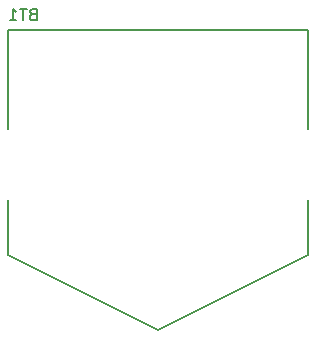
<source format=gbo>
G04 #@! TF.FileFunction,Legend,Bot*
%FSLAX46Y46*%
G04 Gerber Fmt 4.6, Leading zero omitted, Abs format (unit mm)*
G04 Created by KiCad (PCBNEW 4.0.2-stable) date 5/18/2016 9:32:54 PM*
%MOMM*%
G01*
G04 APERTURE LIST*
%ADD10C,0.100000*%
%ADD11C,0.150000*%
%ADD12R,4.400000X4.400000*%
%ADD13R,5.900000X5.900000*%
G04 APERTURE END LIST*
D10*
D11*
X165100000Y-129540000D02*
X165100000Y-118110000D01*
X165100000Y-118110000D02*
X139700000Y-118110000D01*
X139700000Y-118110000D02*
X139700000Y-137160000D01*
X139700000Y-137160000D02*
X152400000Y-143510000D01*
X152400000Y-143510000D02*
X165100000Y-137160000D01*
X165100000Y-137160000D02*
X165100000Y-129540000D01*
X141755714Y-116768571D02*
X141612857Y-116816190D01*
X141565238Y-116863810D01*
X141517619Y-116959048D01*
X141517619Y-117101905D01*
X141565238Y-117197143D01*
X141612857Y-117244762D01*
X141708095Y-117292381D01*
X142089048Y-117292381D01*
X142089048Y-116292381D01*
X141755714Y-116292381D01*
X141660476Y-116340000D01*
X141612857Y-116387619D01*
X141565238Y-116482857D01*
X141565238Y-116578095D01*
X141612857Y-116673333D01*
X141660476Y-116720952D01*
X141755714Y-116768571D01*
X142089048Y-116768571D01*
X141231905Y-116292381D02*
X140660476Y-116292381D01*
X140946191Y-117292381D02*
X140946191Y-116292381D01*
X139803333Y-117292381D02*
X140374762Y-117292381D01*
X140089048Y-117292381D02*
X140089048Y-116292381D01*
X140184286Y-116435238D01*
X140279524Y-116530476D01*
X140374762Y-116578095D01*
%LPC*%
D12*
X152400000Y-129540000D03*
D13*
X165200000Y-129540000D03*
X139600000Y-129540000D03*
M02*

</source>
